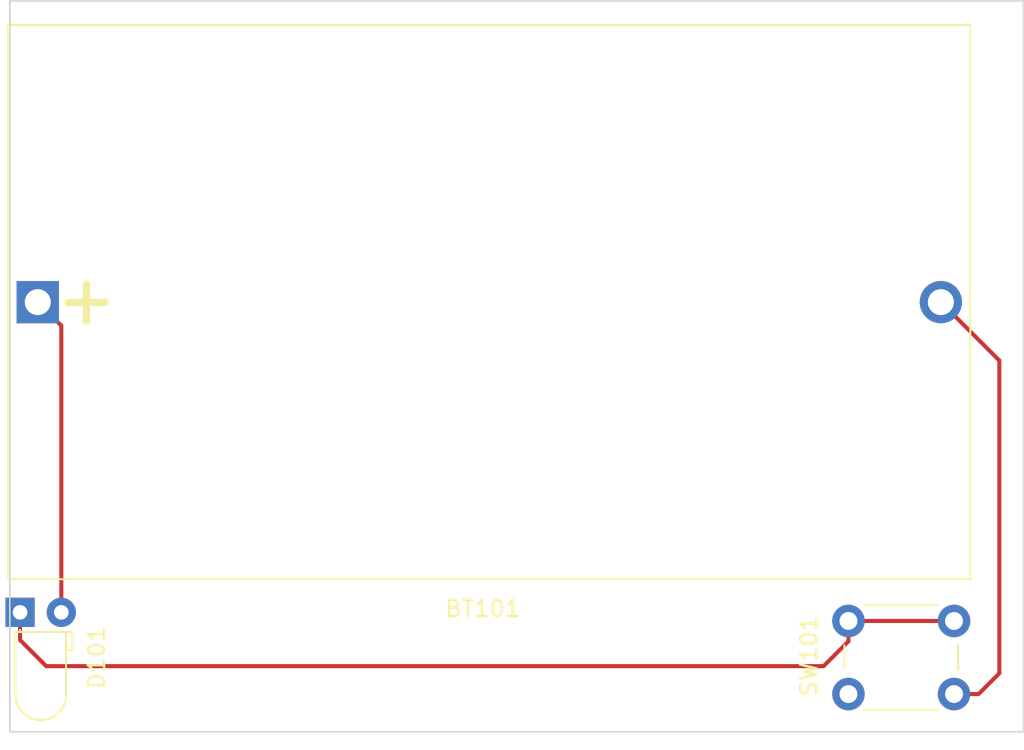
<source format=kicad_pcb>
(kicad_pcb (version 20241229) (generator "pcbnew") (generator_version "9.0")
  (layers (0 "F.Cu" signal) (2 "B.Cu" signal) (13 "F.Paste" user) (15 "B.Paste" user) (5 "F.SilkS" user "F.Silkscreen") (7 "B.SilkS" user "B.Silkscreen") (1 "F.Mask" user) (3 "B.Mask" user) (25 "Edge.Cuts" user))
  (net 0 "")
  (net 1 "+3V0")
  (net 2 "GND")
  (net 3 "Net-(D101-K)")
  (footprint "Battery:BatteryHolder_Bulgin_BX0036_1xC" (layer "F.Cu") (at 114.32 83.55)
    (property "Reference" "BT101" (at 27.4 18.87 0) (layer "F.SilkS"))
    (property "Value" "Battery")
    (fp_line (start -1.81 -17.06) (end -1.81 17.06) (stroke (width 0.12)) (layer "F.SilkS"))
    (fp_line (start -1.81 -17.06) (end 57.41 -17.06) (stroke (width 0.12)) (layer "F.SilkS"))
    (fp_line (start -1.81 17.06) (end 57.41 17.06) (stroke (width 0.12)) (layer "F.SilkS"))
    (fp_line (start 57.41 -17.06) (end 57.41 17.06) (stroke (width 0.12)) (layer "F.SilkS"))
    (fp_text user "+" (at 3 -0.2 0) (layer "F.SilkS") (effects (font (size 3 3) (thickness 0.45))))
    (pad "" np_thru_hole circle (at 11.9 0) (size 3.8 3.8) (drill 3.8) (layers "*.Cu" "*.Mask"))
    (pad "" np_thru_hole circle (at 43.7 0) (size 3.8 3.8) (drill 3.8) (layers "*.Cu" "*.Mask"))
    (pad "1" thru_hole rect (at 0 0) (size 2.6 2.6) (drill 1.6) (layers "*.Cu" "*.Mask") (net 1 "+3V0"))
    (pad "2" thru_hole circle (at 55.6 0) (size 2.6 2.6) (drill 1.6) (layers "*.Cu" "*.Mask") (net 2 "GND"))
  )
  (footprint "LED_THT:LED_D3.0mm_Horizontal_O1.27mm_Z2.0mm" (layer "F.Cu") (at 113.23 102.65)
    (property "Reference" "D101" (at 4.72 2.8 90) (layer "F.SilkS"))
    (property "Value" "LED")
    (fp_line (start -0.29 1.21) (end -0.29 5.07) (stroke (width 0.12)) (layer "F.SilkS"))
    (fp_line (start -0.29 1.21) (end 2.83 1.21) (stroke (width 0.12)) (layer "F.SilkS"))
    (fp_line (start 2.83 1.21) (end 2.83 5.07) (stroke (width 0.12)) (layer "F.SilkS"))
    (fp_rect (start 0 1.08) (end 0 1.21) (stroke (width 0.12)) (fill no) (layer "F.SilkS"))
    (fp_rect (start 2.54 1.08) (end 2.54 1.21) (stroke (width 0.12)) (fill no) (layer "F.SilkS"))
    (fp_rect (start 2.83 1.21) (end 3.23 2.33) (stroke (width 0.12)) (fill no) (layer "F.SilkS"))
    (fp_arc (start 2.83 5.07) (mid 1.27 6.63) (end -0.29 5.07) (stroke (width 0.12)) (layer "F.SilkS"))
    (pad "1" thru_hole rect (at 0 0) (size 1.8 1.8) (drill 0.9) (layers "*.Cu" "*.Mask") (net 3 "Net-(D101-K)"))
    (pad "2" thru_hole circle (at 2.54 0) (size 1.8 1.8) (drill 0.9) (layers "*.Cu" "*.Mask") (net 1 "+3V0"))
  )
  (footprint "Button_Switch_THT:SW_PUSH_6mm" (layer "F.Cu") (at 164.23 103.18)
    (property "Reference" "SW101" (at -2.43 2.16 270) (layer "F.SilkS"))
    (property "Value" "SW_Push")
    (fp_line (start -0.25 1.5) (end -0.25 3) (stroke (width 0.12)) (layer "F.SilkS"))
    (fp_line (start 1 5.5) (end 5.5 5.5) (stroke (width 0.12)) (layer "F.SilkS"))
    (fp_line (start 5.5 -1) (end 1 -1) (stroke (width 0.12)) (layer "F.SilkS"))
    (fp_line (start 6.75 3) (end 6.75 1.5) (stroke (width 0.12)) (layer "F.SilkS"))
    (pad "1" thru_hole circle (at 0 0 90) (size 2 2) (drill 1.1) (layers "*.Cu" "*.Mask") (net 3 "Net-(D101-K)"))
    (pad "1" thru_hole circle (at 6.5 0 90) (size 2 2) (drill 1.1) (layers "*.Cu" "*.Mask") (net 3 "Net-(D101-K)"))
    (pad "2" thru_hole circle (at 0 4.5 90) (size 2 2) (drill 1.1) (layers "*.Cu" "*.Mask") (net 2 "GND"))
    (pad "2" thru_hole circle (at 6.5 4.5 90) (size 2 2) (drill 1.1) (layers "*.Cu" "*.Mask") (net 2 "GND"))
  )
  (gr_line (start 175 110) (end 175 65) (stroke (width 0.1)) (layer "Edge.Cuts"))
  (gr_line (start 112.6 65) (end 112.6 110) (stroke (width 0.1)) (layer "Edge.Cuts"))
  (gr_line (start 175 65) (end 112.6 65) (stroke (width 0.1)) (layer "Edge.Cuts"))
  (gr_line (start 175 110) (end 112.6 110) (stroke (width 0.1)) (layer "Edge.Cuts"))
  (segment (start 115.77 85) (end 114.32 83.55) (width 0.25) (layer "F.Cu") (net 1))
  (segment (start 115.77 102.65) (end 115.77 85) (width 0.25) (layer "F.Cu") (net 1))
  (segment (start 173.52 106.4) (end 173.52 87.15) (width 0.25) (layer "F.Cu") (net 2))
  (segment (start 172.24 107.68) (end 173.52 106.4) (width 0.25) (layer "F.Cu") (net 2))
  (segment (start 173.52 87.15) (end 169.92 83.55) (width 0.25) (layer "F.Cu") (net 2))
  (segment (start 170.73 107.68) (end 172.24 107.68) (width 0.25) (layer "F.Cu") (net 2))
  (segment (start 113.23 102.65) (end 113.23 104.35) (width 0.25) (layer "F.Cu") (net 3))
  (segment (start 114.84 105.96) (end 162.7 105.96) (width 0.25) (layer "F.Cu") (net 3))
  (segment (start 113.23 104.35) (end 114.84 105.96) (width 0.25) (layer "F.Cu") (net 3))
  (segment (start 164.23 103.18) (end 170.73 103.18) (width 0.25) (layer "F.Cu") (net 3))
  (segment (start 162.7 105.96) (end 164.23 104.43) (width 0.25) (layer "F.Cu") (net 3))
  (segment (start 164.23 104.43) (end 164.23 103.18) (width 0.25) (layer "F.Cu") (net 3))
)
</source>
